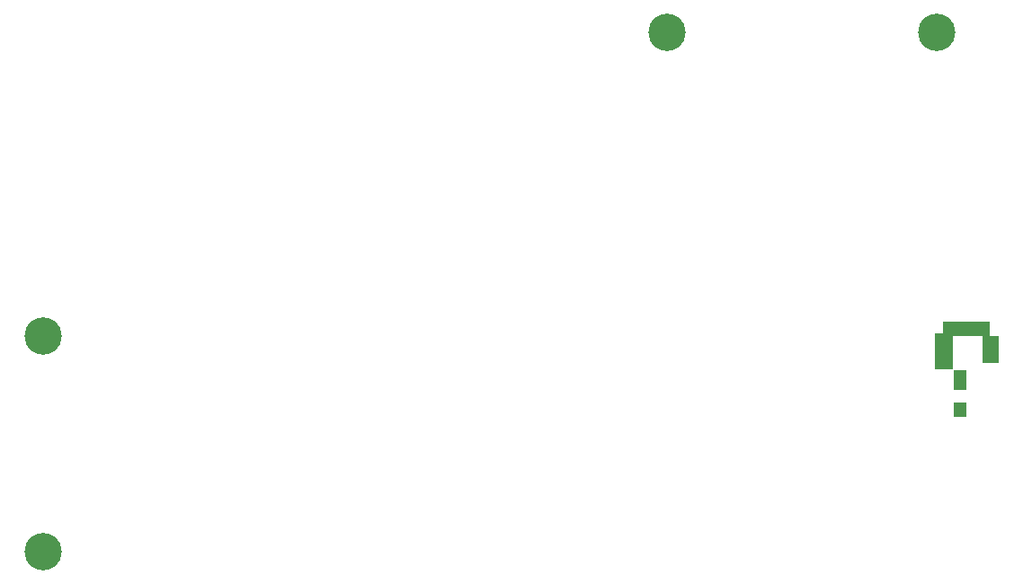
<source format=gbp>
G04 MADE WITH FRITZING*
G04 WWW.FRITZING.ORG*
G04 DOUBLE SIDED*
G04 HOLES PLATED*
G04 CONTOUR ON CENTER OF CONTOUR VECTOR*
%ASAXBY*%
%FSLAX23Y23*%
%MOIN*%
%OFA0B0*%
%SFA1.0B1.0*%
%ADD10C,0.138425*%
%ADD11R,0.051517X0.055213*%
%ADD12R,0.063043X0.098756*%
%ADD13R,0.066622X0.134746*%
%ADD14R,0.048416X0.072855*%
%ADD15R,0.175184X0.053350*%
%ADD16R,0.001000X0.001000*%
%LNPASTEMASK0*%
G90*
G70*
G54D10*
X3500Y2283D03*
X2500Y2283D03*
X187Y358D03*
X187Y1158D03*
G54D11*
X3587Y883D03*
G54D12*
X3700Y1108D03*
G54D13*
X3526Y1102D03*
G54D14*
X3587Y995D03*
G54D15*
X3612Y1183D03*
G54D16*
D02*
G04 End of PasteMask0*
M02*
</source>
